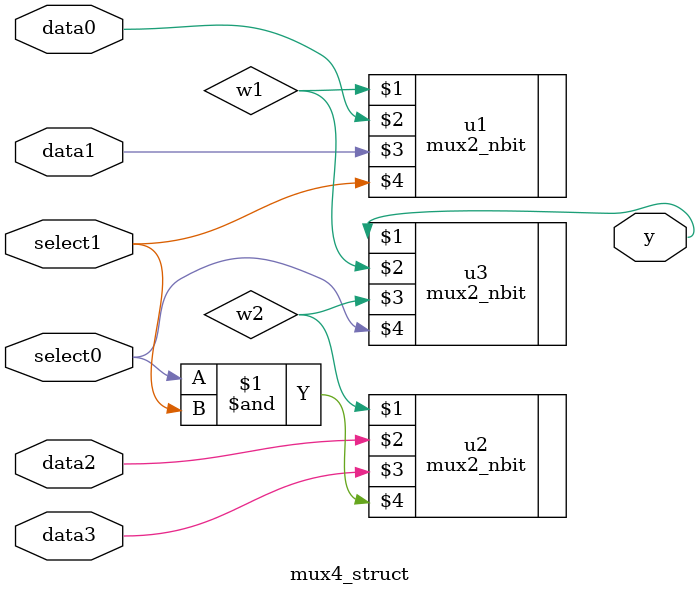
<source format=v>
module mux4_struct(y, data0, data1, data2, data3, select0, select1);
  output y;
  input data0, data1, data2, data3;
  input select0, select1;
  wire w1, w2;

  mux2_nbit u1(w1, data0, data1, select1);
  mux2_nbit u2(w2, data2, data3, select0 & select1);
  mux2_nbit u3(y, w1, w2, select0);
endmodule

</source>
